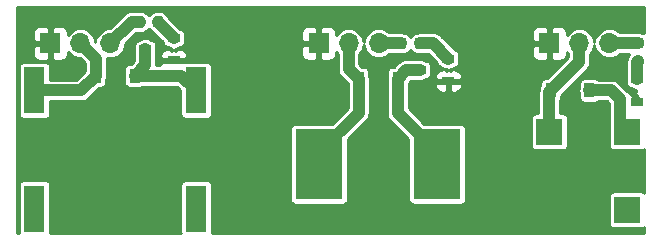
<source format=gbr>
G04 #@! TF.GenerationSoftware,KiCad,Pcbnew,(5.1.4)-1*
G04 #@! TF.CreationDate,2020-02-28T05:18:07+09:00*
G04 #@! TF.ProjectId,Buzzer_Test_UM1515IA,42757a7a-6572-45f5-9465-73745f554d31,rev?*
G04 #@! TF.SameCoordinates,Original*
G04 #@! TF.FileFunction,Copper,L2,Bot*
G04 #@! TF.FilePolarity,Positive*
%FSLAX46Y46*%
G04 Gerber Fmt 4.6, Leading zero omitted, Abs format (unit mm)*
G04 Created by KiCad (PCBNEW (5.1.4)-1) date 2020-02-28 05:18:07*
%MOMM*%
%LPD*%
G04 APERTURE LIST*
%ADD10R,1.800000X4.000000*%
%ADD11R,2.300000X2.300000*%
%ADD12R,4.000000X6.000000*%
%ADD13R,0.900000X1.200000*%
%ADD14R,1.700000X1.700000*%
%ADD15O,1.700000X1.700000*%
%ADD16R,1.000000X0.700000*%
%ADD17C,0.100000*%
%ADD18C,0.875000*%
%ADD19C,1.000000*%
%ADD20C,0.500000*%
%ADD21C,0.254000*%
G04 APERTURE END LIST*
D10*
X95900000Y-91500000D03*
X109600000Y-91500000D03*
X109600000Y-101500000D03*
X95900000Y-101500000D03*
D11*
X146100000Y-101600000D03*
X146100000Y-95000000D03*
X139500000Y-95000000D03*
D12*
X120000000Y-97750000D03*
X130000000Y-97750000D03*
D13*
X101100000Y-90250000D03*
X104400000Y-90250000D03*
X142900000Y-91500000D03*
X139600000Y-91500000D03*
X123350000Y-90500000D03*
X126650000Y-90500000D03*
D14*
X97250000Y-87500000D03*
D15*
X99790000Y-87500000D03*
X102330000Y-87500000D03*
X144580000Y-87500000D03*
X142040000Y-87500000D03*
D14*
X139500000Y-87500000D03*
X119960000Y-87500000D03*
D15*
X122500000Y-87500000D03*
X125040000Y-87500000D03*
D16*
X107700000Y-87050000D03*
X107700000Y-88950000D03*
X105300000Y-88000000D03*
X144550000Y-91500000D03*
X146950000Y-92450000D03*
X146950000Y-90550000D03*
X130950000Y-88800000D03*
X130950000Y-90700000D03*
X128550000Y-89750000D03*
D17*
G36*
X106627691Y-85226053D02*
G01*
X106648926Y-85229203D01*
X106669750Y-85234419D01*
X106689962Y-85241651D01*
X106709368Y-85250830D01*
X106727781Y-85261866D01*
X106745024Y-85274654D01*
X106760930Y-85289070D01*
X106775346Y-85304976D01*
X106788134Y-85322219D01*
X106799170Y-85340632D01*
X106808349Y-85360038D01*
X106815581Y-85380250D01*
X106820797Y-85401074D01*
X106823947Y-85422309D01*
X106825000Y-85443750D01*
X106825000Y-85956250D01*
X106823947Y-85977691D01*
X106820797Y-85998926D01*
X106815581Y-86019750D01*
X106808349Y-86039962D01*
X106799170Y-86059368D01*
X106788134Y-86077781D01*
X106775346Y-86095024D01*
X106760930Y-86110930D01*
X106745024Y-86125346D01*
X106727781Y-86138134D01*
X106709368Y-86149170D01*
X106689962Y-86158349D01*
X106669750Y-86165581D01*
X106648926Y-86170797D01*
X106627691Y-86173947D01*
X106606250Y-86175000D01*
X106168750Y-86175000D01*
X106147309Y-86173947D01*
X106126074Y-86170797D01*
X106105250Y-86165581D01*
X106085038Y-86158349D01*
X106065632Y-86149170D01*
X106047219Y-86138134D01*
X106029976Y-86125346D01*
X106014070Y-86110930D01*
X105999654Y-86095024D01*
X105986866Y-86077781D01*
X105975830Y-86059368D01*
X105966651Y-86039962D01*
X105959419Y-86019750D01*
X105954203Y-85998926D01*
X105951053Y-85977691D01*
X105950000Y-85956250D01*
X105950000Y-85443750D01*
X105951053Y-85422309D01*
X105954203Y-85401074D01*
X105959419Y-85380250D01*
X105966651Y-85360038D01*
X105975830Y-85340632D01*
X105986866Y-85322219D01*
X105999654Y-85304976D01*
X106014070Y-85289070D01*
X106029976Y-85274654D01*
X106047219Y-85261866D01*
X106065632Y-85250830D01*
X106085038Y-85241651D01*
X106105250Y-85234419D01*
X106126074Y-85229203D01*
X106147309Y-85226053D01*
X106168750Y-85225000D01*
X106606250Y-85225000D01*
X106627691Y-85226053D01*
X106627691Y-85226053D01*
G37*
D18*
X106387500Y-85700000D03*
D17*
G36*
X105052691Y-85226053D02*
G01*
X105073926Y-85229203D01*
X105094750Y-85234419D01*
X105114962Y-85241651D01*
X105134368Y-85250830D01*
X105152781Y-85261866D01*
X105170024Y-85274654D01*
X105185930Y-85289070D01*
X105200346Y-85304976D01*
X105213134Y-85322219D01*
X105224170Y-85340632D01*
X105233349Y-85360038D01*
X105240581Y-85380250D01*
X105245797Y-85401074D01*
X105248947Y-85422309D01*
X105250000Y-85443750D01*
X105250000Y-85956250D01*
X105248947Y-85977691D01*
X105245797Y-85998926D01*
X105240581Y-86019750D01*
X105233349Y-86039962D01*
X105224170Y-86059368D01*
X105213134Y-86077781D01*
X105200346Y-86095024D01*
X105185930Y-86110930D01*
X105170024Y-86125346D01*
X105152781Y-86138134D01*
X105134368Y-86149170D01*
X105114962Y-86158349D01*
X105094750Y-86165581D01*
X105073926Y-86170797D01*
X105052691Y-86173947D01*
X105031250Y-86175000D01*
X104593750Y-86175000D01*
X104572309Y-86173947D01*
X104551074Y-86170797D01*
X104530250Y-86165581D01*
X104510038Y-86158349D01*
X104490632Y-86149170D01*
X104472219Y-86138134D01*
X104454976Y-86125346D01*
X104439070Y-86110930D01*
X104424654Y-86095024D01*
X104411866Y-86077781D01*
X104400830Y-86059368D01*
X104391651Y-86039962D01*
X104384419Y-86019750D01*
X104379203Y-85998926D01*
X104376053Y-85977691D01*
X104375000Y-85956250D01*
X104375000Y-85443750D01*
X104376053Y-85422309D01*
X104379203Y-85401074D01*
X104384419Y-85380250D01*
X104391651Y-85360038D01*
X104400830Y-85340632D01*
X104411866Y-85322219D01*
X104424654Y-85304976D01*
X104439070Y-85289070D01*
X104454976Y-85274654D01*
X104472219Y-85261866D01*
X104490632Y-85250830D01*
X104510038Y-85241651D01*
X104530250Y-85234419D01*
X104551074Y-85229203D01*
X104572309Y-85226053D01*
X104593750Y-85225000D01*
X105031250Y-85225000D01*
X105052691Y-85226053D01*
X105052691Y-85226053D01*
G37*
D18*
X104812500Y-85700000D03*
D17*
G36*
X147277691Y-87026053D02*
G01*
X147298926Y-87029203D01*
X147319750Y-87034419D01*
X147339962Y-87041651D01*
X147359368Y-87050830D01*
X147377781Y-87061866D01*
X147395024Y-87074654D01*
X147410930Y-87089070D01*
X147425346Y-87104976D01*
X147438134Y-87122219D01*
X147449170Y-87140632D01*
X147458349Y-87160038D01*
X147465581Y-87180250D01*
X147470797Y-87201074D01*
X147473947Y-87222309D01*
X147475000Y-87243750D01*
X147475000Y-87681250D01*
X147473947Y-87702691D01*
X147470797Y-87723926D01*
X147465581Y-87744750D01*
X147458349Y-87764962D01*
X147449170Y-87784368D01*
X147438134Y-87802781D01*
X147425346Y-87820024D01*
X147410930Y-87835930D01*
X147395024Y-87850346D01*
X147377781Y-87863134D01*
X147359368Y-87874170D01*
X147339962Y-87883349D01*
X147319750Y-87890581D01*
X147298926Y-87895797D01*
X147277691Y-87898947D01*
X147256250Y-87900000D01*
X146743750Y-87900000D01*
X146722309Y-87898947D01*
X146701074Y-87895797D01*
X146680250Y-87890581D01*
X146660038Y-87883349D01*
X146640632Y-87874170D01*
X146622219Y-87863134D01*
X146604976Y-87850346D01*
X146589070Y-87835930D01*
X146574654Y-87820024D01*
X146561866Y-87802781D01*
X146550830Y-87784368D01*
X146541651Y-87764962D01*
X146534419Y-87744750D01*
X146529203Y-87723926D01*
X146526053Y-87702691D01*
X146525000Y-87681250D01*
X146525000Y-87243750D01*
X146526053Y-87222309D01*
X146529203Y-87201074D01*
X146534419Y-87180250D01*
X146541651Y-87160038D01*
X146550830Y-87140632D01*
X146561866Y-87122219D01*
X146574654Y-87104976D01*
X146589070Y-87089070D01*
X146604976Y-87074654D01*
X146622219Y-87061866D01*
X146640632Y-87050830D01*
X146660038Y-87041651D01*
X146680250Y-87034419D01*
X146701074Y-87029203D01*
X146722309Y-87026053D01*
X146743750Y-87025000D01*
X147256250Y-87025000D01*
X147277691Y-87026053D01*
X147277691Y-87026053D01*
G37*
D18*
X147000000Y-87462500D03*
D17*
G36*
X147277691Y-88601053D02*
G01*
X147298926Y-88604203D01*
X147319750Y-88609419D01*
X147339962Y-88616651D01*
X147359368Y-88625830D01*
X147377781Y-88636866D01*
X147395024Y-88649654D01*
X147410930Y-88664070D01*
X147425346Y-88679976D01*
X147438134Y-88697219D01*
X147449170Y-88715632D01*
X147458349Y-88735038D01*
X147465581Y-88755250D01*
X147470797Y-88776074D01*
X147473947Y-88797309D01*
X147475000Y-88818750D01*
X147475000Y-89256250D01*
X147473947Y-89277691D01*
X147470797Y-89298926D01*
X147465581Y-89319750D01*
X147458349Y-89339962D01*
X147449170Y-89359368D01*
X147438134Y-89377781D01*
X147425346Y-89395024D01*
X147410930Y-89410930D01*
X147395024Y-89425346D01*
X147377781Y-89438134D01*
X147359368Y-89449170D01*
X147339962Y-89458349D01*
X147319750Y-89465581D01*
X147298926Y-89470797D01*
X147277691Y-89473947D01*
X147256250Y-89475000D01*
X146743750Y-89475000D01*
X146722309Y-89473947D01*
X146701074Y-89470797D01*
X146680250Y-89465581D01*
X146660038Y-89458349D01*
X146640632Y-89449170D01*
X146622219Y-89438134D01*
X146604976Y-89425346D01*
X146589070Y-89410930D01*
X146574654Y-89395024D01*
X146561866Y-89377781D01*
X146550830Y-89359368D01*
X146541651Y-89339962D01*
X146534419Y-89319750D01*
X146529203Y-89298926D01*
X146526053Y-89277691D01*
X146525000Y-89256250D01*
X146525000Y-88818750D01*
X146526053Y-88797309D01*
X146529203Y-88776074D01*
X146534419Y-88755250D01*
X146541651Y-88735038D01*
X146550830Y-88715632D01*
X146561866Y-88697219D01*
X146574654Y-88679976D01*
X146589070Y-88664070D01*
X146604976Y-88649654D01*
X146622219Y-88636866D01*
X146640632Y-88625830D01*
X146660038Y-88616651D01*
X146680250Y-88609419D01*
X146701074Y-88604203D01*
X146722309Y-88601053D01*
X146743750Y-88600000D01*
X147256250Y-88600000D01*
X147277691Y-88601053D01*
X147277691Y-88601053D01*
G37*
D18*
X147000000Y-89037500D03*
D17*
G36*
X128777691Y-87026053D02*
G01*
X128798926Y-87029203D01*
X128819750Y-87034419D01*
X128839962Y-87041651D01*
X128859368Y-87050830D01*
X128877781Y-87061866D01*
X128895024Y-87074654D01*
X128910930Y-87089070D01*
X128925346Y-87104976D01*
X128938134Y-87122219D01*
X128949170Y-87140632D01*
X128958349Y-87160038D01*
X128965581Y-87180250D01*
X128970797Y-87201074D01*
X128973947Y-87222309D01*
X128975000Y-87243750D01*
X128975000Y-87756250D01*
X128973947Y-87777691D01*
X128970797Y-87798926D01*
X128965581Y-87819750D01*
X128958349Y-87839962D01*
X128949170Y-87859368D01*
X128938134Y-87877781D01*
X128925346Y-87895024D01*
X128910930Y-87910930D01*
X128895024Y-87925346D01*
X128877781Y-87938134D01*
X128859368Y-87949170D01*
X128839962Y-87958349D01*
X128819750Y-87965581D01*
X128798926Y-87970797D01*
X128777691Y-87973947D01*
X128756250Y-87975000D01*
X128318750Y-87975000D01*
X128297309Y-87973947D01*
X128276074Y-87970797D01*
X128255250Y-87965581D01*
X128235038Y-87958349D01*
X128215632Y-87949170D01*
X128197219Y-87938134D01*
X128179976Y-87925346D01*
X128164070Y-87910930D01*
X128149654Y-87895024D01*
X128136866Y-87877781D01*
X128125830Y-87859368D01*
X128116651Y-87839962D01*
X128109419Y-87819750D01*
X128104203Y-87798926D01*
X128101053Y-87777691D01*
X128100000Y-87756250D01*
X128100000Y-87243750D01*
X128101053Y-87222309D01*
X128104203Y-87201074D01*
X128109419Y-87180250D01*
X128116651Y-87160038D01*
X128125830Y-87140632D01*
X128136866Y-87122219D01*
X128149654Y-87104976D01*
X128164070Y-87089070D01*
X128179976Y-87074654D01*
X128197219Y-87061866D01*
X128215632Y-87050830D01*
X128235038Y-87041651D01*
X128255250Y-87034419D01*
X128276074Y-87029203D01*
X128297309Y-87026053D01*
X128318750Y-87025000D01*
X128756250Y-87025000D01*
X128777691Y-87026053D01*
X128777691Y-87026053D01*
G37*
D18*
X128537500Y-87500000D03*
D17*
G36*
X127202691Y-87026053D02*
G01*
X127223926Y-87029203D01*
X127244750Y-87034419D01*
X127264962Y-87041651D01*
X127284368Y-87050830D01*
X127302781Y-87061866D01*
X127320024Y-87074654D01*
X127335930Y-87089070D01*
X127350346Y-87104976D01*
X127363134Y-87122219D01*
X127374170Y-87140632D01*
X127383349Y-87160038D01*
X127390581Y-87180250D01*
X127395797Y-87201074D01*
X127398947Y-87222309D01*
X127400000Y-87243750D01*
X127400000Y-87756250D01*
X127398947Y-87777691D01*
X127395797Y-87798926D01*
X127390581Y-87819750D01*
X127383349Y-87839962D01*
X127374170Y-87859368D01*
X127363134Y-87877781D01*
X127350346Y-87895024D01*
X127335930Y-87910930D01*
X127320024Y-87925346D01*
X127302781Y-87938134D01*
X127284368Y-87949170D01*
X127264962Y-87958349D01*
X127244750Y-87965581D01*
X127223926Y-87970797D01*
X127202691Y-87973947D01*
X127181250Y-87975000D01*
X126743750Y-87975000D01*
X126722309Y-87973947D01*
X126701074Y-87970797D01*
X126680250Y-87965581D01*
X126660038Y-87958349D01*
X126640632Y-87949170D01*
X126622219Y-87938134D01*
X126604976Y-87925346D01*
X126589070Y-87910930D01*
X126574654Y-87895024D01*
X126561866Y-87877781D01*
X126550830Y-87859368D01*
X126541651Y-87839962D01*
X126534419Y-87819750D01*
X126529203Y-87798926D01*
X126526053Y-87777691D01*
X126525000Y-87756250D01*
X126525000Y-87243750D01*
X126526053Y-87222309D01*
X126529203Y-87201074D01*
X126534419Y-87180250D01*
X126541651Y-87160038D01*
X126550830Y-87140632D01*
X126561866Y-87122219D01*
X126574654Y-87104976D01*
X126589070Y-87089070D01*
X126604976Y-87074654D01*
X126622219Y-87061866D01*
X126640632Y-87050830D01*
X126660038Y-87041651D01*
X126680250Y-87034419D01*
X126701074Y-87029203D01*
X126722309Y-87026053D01*
X126743750Y-87025000D01*
X127181250Y-87025000D01*
X127202691Y-87026053D01*
X127202691Y-87026053D01*
G37*
D18*
X126962500Y-87500000D03*
D19*
X99850000Y-91500000D02*
X101100000Y-90250000D01*
X95900000Y-91500000D02*
X99850000Y-91500000D01*
X101100000Y-88810000D02*
X99790000Y-87500000D01*
X101100000Y-90250000D02*
X101100000Y-88810000D01*
X105300000Y-89350000D02*
X104400000Y-90250000D01*
X105300000Y-88000000D02*
X105300000Y-89350000D01*
X108350000Y-90250000D02*
X109600000Y-91500000D01*
X104400000Y-90250000D02*
X108350000Y-90250000D01*
X142900000Y-91500000D02*
X144550000Y-91500000D01*
X145500000Y-94400000D02*
X146100000Y-95000000D01*
X145500000Y-92250000D02*
X145500000Y-94400000D01*
X144550000Y-91500000D02*
X144750000Y-91500000D01*
X144750000Y-91500000D02*
X145500000Y-92250000D01*
X139500000Y-91600000D02*
X139600000Y-91500000D01*
X139500000Y-95000000D02*
X139500000Y-91600000D01*
X142040000Y-89060000D02*
X139600000Y-91500000D01*
X142040000Y-87500000D02*
X142040000Y-89060000D01*
X123350000Y-90500000D02*
X123350000Y-93400000D01*
X120000000Y-96750000D02*
X120000000Y-97750000D01*
X123350000Y-93400000D02*
X120000000Y-96750000D01*
X122500000Y-89650000D02*
X123350000Y-90500000D01*
X122500000Y-87500000D02*
X122500000Y-89650000D01*
X127400000Y-89750000D02*
X126650000Y-90500000D01*
X128550000Y-89750000D02*
X127400000Y-89750000D01*
X130000000Y-96750000D02*
X130000000Y-97750000D01*
X126650000Y-93400000D02*
X130000000Y-96750000D01*
X126650000Y-90500000D02*
X126650000Y-93400000D01*
D20*
X146950000Y-92450000D02*
X146950000Y-92150000D01*
X146950000Y-92150000D02*
X143900000Y-89100000D01*
D19*
X104130000Y-85700000D02*
X102330000Y-87500000D01*
X104812500Y-85700000D02*
X104130000Y-85700000D01*
X146962500Y-87500000D02*
X147000000Y-87462500D01*
X144580000Y-87500000D02*
X146962500Y-87500000D01*
X126962500Y-87500000D02*
X125040000Y-87500000D01*
X106387500Y-85737500D02*
X107700000Y-87050000D01*
X106387500Y-85700000D02*
X106387500Y-85737500D01*
X146950000Y-89087500D02*
X147000000Y-89037500D01*
X146950000Y-90550000D02*
X146950000Y-89087500D01*
X129650000Y-87500000D02*
X130950000Y-88800000D01*
X128537500Y-87500000D02*
X129650000Y-87500000D01*
D21*
G36*
X147548000Y-86668680D02*
G01*
X147504158Y-86645246D01*
X147382633Y-86608382D01*
X147365372Y-86606682D01*
X147356463Y-86601920D01*
X147181723Y-86548914D01*
X146999999Y-86531016D01*
X146818277Y-86548914D01*
X146738875Y-86573000D01*
X145463393Y-86573000D01*
X145292896Y-86433076D01*
X145071051Y-86314498D01*
X144830336Y-86241478D01*
X144642726Y-86223000D01*
X144517274Y-86223000D01*
X144329664Y-86241478D01*
X144088949Y-86314498D01*
X143867104Y-86433076D01*
X143672656Y-86592656D01*
X143513076Y-86787104D01*
X143394498Y-87008949D01*
X143321478Y-87249664D01*
X143310000Y-87366202D01*
X143298522Y-87249664D01*
X143225502Y-87008949D01*
X143106924Y-86787104D01*
X142947344Y-86592656D01*
X142752896Y-86433076D01*
X142531051Y-86314498D01*
X142290336Y-86241478D01*
X142102726Y-86223000D01*
X141977274Y-86223000D01*
X141789664Y-86241478D01*
X141548949Y-86314498D01*
X141327104Y-86433076D01*
X141132656Y-86592656D01*
X140987421Y-86769625D01*
X140988072Y-86650000D01*
X140975812Y-86525518D01*
X140939502Y-86405820D01*
X140880537Y-86295506D01*
X140801185Y-86198815D01*
X140704494Y-86119463D01*
X140594180Y-86060498D01*
X140474482Y-86024188D01*
X140350000Y-86011928D01*
X139785750Y-86015000D01*
X139627000Y-86173750D01*
X139627000Y-87373000D01*
X139647000Y-87373000D01*
X139647000Y-87627000D01*
X139627000Y-87627000D01*
X139627000Y-88826250D01*
X139785750Y-88985000D01*
X140350000Y-88988072D01*
X140474482Y-88975812D01*
X140594180Y-88939502D01*
X140704494Y-88880537D01*
X140801185Y-88801185D01*
X140880537Y-88704494D01*
X140939502Y-88594180D01*
X140975812Y-88474482D01*
X140988072Y-88350000D01*
X140987421Y-88230375D01*
X141113001Y-88383394D01*
X141113001Y-88676023D01*
X139318091Y-90470934D01*
X139150000Y-90470934D01*
X139066293Y-90479178D01*
X138985804Y-90503595D01*
X138911624Y-90543245D01*
X138846605Y-90596605D01*
X138793245Y-90661624D01*
X138753595Y-90735804D01*
X138729178Y-90816293D01*
X138720934Y-90900000D01*
X138720934Y-91091035D01*
X138639420Y-91243537D01*
X138611247Y-91336413D01*
X138595168Y-91389420D01*
X138586414Y-91418277D01*
X138568516Y-91600000D01*
X138573001Y-91645537D01*
X138573000Y-93420934D01*
X138350000Y-93420934D01*
X138266293Y-93429178D01*
X138185804Y-93453595D01*
X138111624Y-93493245D01*
X138046605Y-93546605D01*
X137993245Y-93611624D01*
X137953595Y-93685804D01*
X137929178Y-93766293D01*
X137920934Y-93850000D01*
X137920934Y-96150000D01*
X137929178Y-96233707D01*
X137953595Y-96314196D01*
X137993245Y-96388376D01*
X138046605Y-96453395D01*
X138111624Y-96506755D01*
X138185804Y-96546405D01*
X138266293Y-96570822D01*
X138350000Y-96579066D01*
X140650000Y-96579066D01*
X140733707Y-96570822D01*
X140814196Y-96546405D01*
X140888376Y-96506755D01*
X140953395Y-96453395D01*
X141006755Y-96388376D01*
X141046405Y-96314196D01*
X141070822Y-96233707D01*
X141079066Y-96150000D01*
X141079066Y-93850000D01*
X141070822Y-93766293D01*
X141046405Y-93685804D01*
X141006755Y-93611624D01*
X140953395Y-93546605D01*
X140888376Y-93493245D01*
X140814196Y-93453595D01*
X140733707Y-93429178D01*
X140650000Y-93420934D01*
X140427000Y-93420934D01*
X140427000Y-92300500D01*
X140446405Y-92264196D01*
X140470822Y-92183707D01*
X140479066Y-92100000D01*
X140479066Y-91931909D01*
X142663292Y-89747684D01*
X142698659Y-89718659D01*
X142727684Y-89683292D01*
X142727688Y-89683288D01*
X142814501Y-89577506D01*
X142900580Y-89416464D01*
X142909100Y-89388376D01*
X142953587Y-89241724D01*
X142967000Y-89105538D01*
X142967000Y-89105528D01*
X142971484Y-89060001D01*
X142967000Y-89014474D01*
X142967000Y-88383393D01*
X143106924Y-88212896D01*
X143225502Y-87991051D01*
X143298522Y-87750336D01*
X143310000Y-87633798D01*
X143321478Y-87750336D01*
X143394498Y-87991051D01*
X143513076Y-88212896D01*
X143672656Y-88407344D01*
X143867104Y-88566924D01*
X144088949Y-88685502D01*
X144329664Y-88758522D01*
X144517274Y-88777000D01*
X144642726Y-88777000D01*
X144830336Y-88758522D01*
X145071051Y-88685502D01*
X145292896Y-88566924D01*
X145463393Y-88427000D01*
X146231244Y-88427000D01*
X146205111Y-88458843D01*
X146145246Y-88570842D01*
X146108382Y-88692367D01*
X146107996Y-88696283D01*
X146089420Y-88731037D01*
X146074851Y-88779066D01*
X146036414Y-88905776D01*
X146023001Y-89041962D01*
X146018516Y-89087500D01*
X146023001Y-89133037D01*
X146023000Y-90179020D01*
X146020934Y-90200000D01*
X146020934Y-90900000D01*
X146029178Y-90983707D01*
X146053595Y-91064196D01*
X146093245Y-91138376D01*
X146146605Y-91203395D01*
X146211624Y-91256755D01*
X146285804Y-91296405D01*
X146366293Y-91320822D01*
X146439011Y-91327984D01*
X146593536Y-91410580D01*
X146768276Y-91463587D01*
X146822998Y-91468977D01*
X146822998Y-91623748D01*
X146664250Y-91465000D01*
X146450000Y-91461928D01*
X146325518Y-91474188D01*
X146205820Y-91510498D01*
X146118271Y-91557295D01*
X145437687Y-90876712D01*
X145408659Y-90841341D01*
X145267505Y-90725499D01*
X145106464Y-90639420D01*
X144931724Y-90586413D01*
X144795538Y-90573000D01*
X144795527Y-90573000D01*
X144750000Y-90568516D01*
X144704473Y-90573000D01*
X143624632Y-90573000D01*
X143588376Y-90543245D01*
X143514196Y-90503595D01*
X143433707Y-90479178D01*
X143350000Y-90470934D01*
X142450000Y-90470934D01*
X142366293Y-90479178D01*
X142285804Y-90503595D01*
X142211624Y-90543245D01*
X142146605Y-90596605D01*
X142093245Y-90661624D01*
X142053595Y-90735804D01*
X142029178Y-90816293D01*
X142020934Y-90900000D01*
X142020934Y-91204476D01*
X141986413Y-91318276D01*
X141968515Y-91500000D01*
X141986413Y-91681724D01*
X142020934Y-91795524D01*
X142020934Y-92100000D01*
X142029178Y-92183707D01*
X142053595Y-92264196D01*
X142093245Y-92338376D01*
X142146605Y-92403395D01*
X142211624Y-92456755D01*
X142285804Y-92496405D01*
X142366293Y-92520822D01*
X142450000Y-92529066D01*
X143350000Y-92529066D01*
X143433707Y-92520822D01*
X143514196Y-92496405D01*
X143588376Y-92456755D01*
X143624632Y-92427000D01*
X144366025Y-92427000D01*
X144573000Y-92633976D01*
X144573001Y-93649499D01*
X144553595Y-93685804D01*
X144529178Y-93766293D01*
X144520934Y-93850000D01*
X144520934Y-96150000D01*
X144529178Y-96233707D01*
X144553595Y-96314196D01*
X144593245Y-96388376D01*
X144646605Y-96453395D01*
X144711624Y-96506755D01*
X144785804Y-96546405D01*
X144866293Y-96570822D01*
X144950000Y-96579066D01*
X147250000Y-96579066D01*
X147333707Y-96570822D01*
X147414196Y-96546405D01*
X147488376Y-96506755D01*
X147548001Y-96457822D01*
X147548001Y-100142178D01*
X147488376Y-100093245D01*
X147414196Y-100053595D01*
X147333707Y-100029178D01*
X147250000Y-100020934D01*
X144950000Y-100020934D01*
X144866293Y-100029178D01*
X144785804Y-100053595D01*
X144711624Y-100093245D01*
X144646605Y-100146605D01*
X144593245Y-100211624D01*
X144553595Y-100285804D01*
X144529178Y-100366293D01*
X144520934Y-100450000D01*
X144520934Y-102750000D01*
X144529178Y-102833707D01*
X144553595Y-102914196D01*
X144593245Y-102988376D01*
X144646605Y-103053395D01*
X144711624Y-103106755D01*
X144785804Y-103146405D01*
X144866293Y-103170822D01*
X144950000Y-103179066D01*
X147250000Y-103179066D01*
X147333707Y-103170822D01*
X147414196Y-103146405D01*
X147488376Y-103106755D01*
X147548001Y-103057822D01*
X147548001Y-103548000D01*
X110924339Y-103548000D01*
X110929066Y-103500000D01*
X110929066Y-99500000D01*
X110920822Y-99416293D01*
X110896405Y-99335804D01*
X110856755Y-99261624D01*
X110803395Y-99196605D01*
X110738376Y-99143245D01*
X110664196Y-99103595D01*
X110583707Y-99079178D01*
X110500000Y-99070934D01*
X108700000Y-99070934D01*
X108616293Y-99079178D01*
X108535804Y-99103595D01*
X108461624Y-99143245D01*
X108396605Y-99196605D01*
X108343245Y-99261624D01*
X108303595Y-99335804D01*
X108279178Y-99416293D01*
X108270934Y-99500000D01*
X108270934Y-103500000D01*
X108275661Y-103548000D01*
X97224339Y-103548000D01*
X97229066Y-103500000D01*
X97229066Y-99500000D01*
X97220822Y-99416293D01*
X97196405Y-99335804D01*
X97156755Y-99261624D01*
X97103395Y-99196605D01*
X97038376Y-99143245D01*
X96964196Y-99103595D01*
X96883707Y-99079178D01*
X96800000Y-99070934D01*
X95000000Y-99070934D01*
X94916293Y-99079178D01*
X94835804Y-99103595D01*
X94761624Y-99143245D01*
X94696605Y-99196605D01*
X94643245Y-99261624D01*
X94603595Y-99335804D01*
X94579178Y-99416293D01*
X94570934Y-99500000D01*
X94570934Y-103500000D01*
X94575661Y-103548000D01*
X94452000Y-103548000D01*
X94452000Y-94750000D01*
X117570934Y-94750000D01*
X117570934Y-100750000D01*
X117579178Y-100833707D01*
X117603595Y-100914196D01*
X117643245Y-100988376D01*
X117696605Y-101053395D01*
X117761624Y-101106755D01*
X117835804Y-101146405D01*
X117916293Y-101170822D01*
X118000000Y-101179066D01*
X122000000Y-101179066D01*
X122083707Y-101170822D01*
X122164196Y-101146405D01*
X122238376Y-101106755D01*
X122303395Y-101053395D01*
X122356755Y-100988376D01*
X122396405Y-100914196D01*
X122420822Y-100833707D01*
X122429066Y-100750000D01*
X122429066Y-95631910D01*
X123973292Y-94087684D01*
X124008659Y-94058659D01*
X124037684Y-94023292D01*
X124037687Y-94023289D01*
X124124501Y-93917506D01*
X124170511Y-93831427D01*
X124210580Y-93756464D01*
X124263587Y-93581724D01*
X124277000Y-93445538D01*
X124277000Y-93445526D01*
X124281484Y-93400001D01*
X124277000Y-93354476D01*
X124277000Y-90545527D01*
X124281484Y-90500000D01*
X125718516Y-90500000D01*
X125723000Y-90545528D01*
X125723001Y-93354463D01*
X125718516Y-93400000D01*
X125723001Y-93445537D01*
X125723001Y-93445538D01*
X125732248Y-93539420D01*
X125736414Y-93581723D01*
X125789420Y-93756463D01*
X125875499Y-93917505D01*
X125962312Y-94023287D01*
X125962317Y-94023292D01*
X125991342Y-94058659D01*
X126026708Y-94087683D01*
X127570934Y-95631909D01*
X127570934Y-100750000D01*
X127579178Y-100833707D01*
X127603595Y-100914196D01*
X127643245Y-100988376D01*
X127696605Y-101053395D01*
X127761624Y-101106755D01*
X127835804Y-101146405D01*
X127916293Y-101170822D01*
X128000000Y-101179066D01*
X132000000Y-101179066D01*
X132083707Y-101170822D01*
X132164196Y-101146405D01*
X132238376Y-101106755D01*
X132303395Y-101053395D01*
X132356755Y-100988376D01*
X132396405Y-100914196D01*
X132420822Y-100833707D01*
X132429066Y-100750000D01*
X132429066Y-94750000D01*
X132420822Y-94666293D01*
X132396405Y-94585804D01*
X132356755Y-94511624D01*
X132303395Y-94446605D01*
X132238376Y-94393245D01*
X132164196Y-94353595D01*
X132083707Y-94329178D01*
X132000000Y-94320934D01*
X128881909Y-94320934D01*
X127577000Y-93016025D01*
X127577000Y-91050000D01*
X129811928Y-91050000D01*
X129824188Y-91174482D01*
X129860498Y-91294180D01*
X129919463Y-91404494D01*
X129998815Y-91501185D01*
X130095506Y-91580537D01*
X130205820Y-91639502D01*
X130325518Y-91675812D01*
X130450000Y-91688072D01*
X130664250Y-91685000D01*
X130823000Y-91526250D01*
X130823000Y-90827000D01*
X131077000Y-90827000D01*
X131077000Y-91526250D01*
X131235750Y-91685000D01*
X131450000Y-91688072D01*
X131574482Y-91675812D01*
X131694180Y-91639502D01*
X131804494Y-91580537D01*
X131901185Y-91501185D01*
X131980537Y-91404494D01*
X132039502Y-91294180D01*
X132075812Y-91174482D01*
X132088072Y-91050000D01*
X132085000Y-90985750D01*
X131926250Y-90827000D01*
X131077000Y-90827000D01*
X130823000Y-90827000D01*
X129973750Y-90827000D01*
X129815000Y-90985750D01*
X129811928Y-91050000D01*
X127577000Y-91050000D01*
X127577000Y-90883975D01*
X127783976Y-90677000D01*
X128595538Y-90677000D01*
X128731724Y-90663587D01*
X128906464Y-90610580D01*
X129060989Y-90527984D01*
X129133707Y-90520822D01*
X129214196Y-90496405D01*
X129288376Y-90456755D01*
X129353395Y-90403395D01*
X129406755Y-90338376D01*
X129446405Y-90264196D01*
X129470822Y-90183707D01*
X129479066Y-90100000D01*
X129479066Y-89774561D01*
X129481485Y-89750000D01*
X129479066Y-89725439D01*
X129479066Y-89400000D01*
X129470822Y-89316293D01*
X129446405Y-89235804D01*
X129406755Y-89161624D01*
X129353395Y-89096605D01*
X129288376Y-89043245D01*
X129214196Y-89003595D01*
X129133707Y-88979178D01*
X129060989Y-88972016D01*
X128906464Y-88889420D01*
X128731724Y-88836413D01*
X128595538Y-88823000D01*
X127445526Y-88823000D01*
X127399999Y-88818516D01*
X127354472Y-88823000D01*
X127354462Y-88823000D01*
X127218276Y-88836413D01*
X127043536Y-88889420D01*
X126949840Y-88939502D01*
X126882494Y-88975499D01*
X126776712Y-89062312D01*
X126776708Y-89062316D01*
X126741341Y-89091341D01*
X126712316Y-89126708D01*
X126368091Y-89470934D01*
X126200000Y-89470934D01*
X126116293Y-89479178D01*
X126035804Y-89503595D01*
X125961624Y-89543245D01*
X125896605Y-89596605D01*
X125843245Y-89661624D01*
X125803595Y-89735804D01*
X125779178Y-89816293D01*
X125770934Y-89900000D01*
X125770934Y-90204477D01*
X125736413Y-90318277D01*
X125723000Y-90454463D01*
X125723000Y-90454473D01*
X125718516Y-90500000D01*
X124281484Y-90500000D01*
X124277000Y-90454473D01*
X124277000Y-90454462D01*
X124263587Y-90318276D01*
X124229066Y-90204476D01*
X124229066Y-89900000D01*
X124220822Y-89816293D01*
X124196405Y-89735804D01*
X124156755Y-89661624D01*
X124103395Y-89596605D01*
X124038376Y-89543245D01*
X123964196Y-89503595D01*
X123883707Y-89479178D01*
X123800000Y-89470934D01*
X123631910Y-89470934D01*
X123427000Y-89266025D01*
X123427000Y-88383393D01*
X123566924Y-88212896D01*
X123685502Y-87991051D01*
X123758522Y-87750336D01*
X123770000Y-87633798D01*
X123781478Y-87750336D01*
X123854498Y-87991051D01*
X123973076Y-88212896D01*
X124132656Y-88407344D01*
X124327104Y-88566924D01*
X124548949Y-88685502D01*
X124789664Y-88758522D01*
X124977274Y-88777000D01*
X125102726Y-88777000D01*
X125290336Y-88758522D01*
X125531051Y-88685502D01*
X125752896Y-88566924D01*
X125923393Y-88427000D01*
X127008038Y-88427000D01*
X127144224Y-88413587D01*
X127175610Y-88404066D01*
X127181250Y-88404066D01*
X127307633Y-88391618D01*
X127429158Y-88354754D01*
X127541157Y-88294889D01*
X127639325Y-88214325D01*
X127719889Y-88116157D01*
X127750000Y-88059824D01*
X127780111Y-88116157D01*
X127860675Y-88214325D01*
X127958843Y-88294889D01*
X128070842Y-88354754D01*
X128192367Y-88391618D01*
X128318750Y-88404066D01*
X128324390Y-88404066D01*
X128355776Y-88413587D01*
X128491962Y-88427000D01*
X129266025Y-88427000D01*
X130024420Y-89185396D01*
X130029178Y-89233707D01*
X130053595Y-89314196D01*
X130093245Y-89388376D01*
X130146605Y-89453395D01*
X130211624Y-89506755D01*
X130285804Y-89546405D01*
X130366293Y-89570822D01*
X130439007Y-89577983D01*
X130593536Y-89660580D01*
X130768276Y-89713586D01*
X130822998Y-89718976D01*
X130822998Y-89873748D01*
X130664250Y-89715000D01*
X130450000Y-89711928D01*
X130325518Y-89724188D01*
X130205820Y-89760498D01*
X130095506Y-89819463D01*
X129998815Y-89898815D01*
X129919463Y-89995506D01*
X129860498Y-90105820D01*
X129824188Y-90225518D01*
X129811928Y-90350000D01*
X129815000Y-90414250D01*
X129973750Y-90573000D01*
X130823000Y-90573000D01*
X130823000Y-90553000D01*
X131077000Y-90553000D01*
X131077000Y-90573000D01*
X131926250Y-90573000D01*
X132085000Y-90414250D01*
X132088072Y-90350000D01*
X132075812Y-90225518D01*
X132039502Y-90105820D01*
X131980537Y-89995506D01*
X131901185Y-89898815D01*
X131804494Y-89819463D01*
X131694180Y-89760498D01*
X131574482Y-89724188D01*
X131450000Y-89711928D01*
X131235750Y-89715000D01*
X131077002Y-89873748D01*
X131077002Y-89718976D01*
X131131723Y-89713586D01*
X131306464Y-89660580D01*
X131460992Y-89577983D01*
X131533707Y-89570822D01*
X131614196Y-89546405D01*
X131688376Y-89506755D01*
X131753395Y-89453395D01*
X131806755Y-89388376D01*
X131846405Y-89314196D01*
X131870822Y-89233707D01*
X131879066Y-89150000D01*
X131879066Y-88824551D01*
X131881484Y-88800000D01*
X131879066Y-88775449D01*
X131879066Y-88450000D01*
X131870822Y-88366293D01*
X131865880Y-88350000D01*
X138011928Y-88350000D01*
X138024188Y-88474482D01*
X138060498Y-88594180D01*
X138119463Y-88704494D01*
X138198815Y-88801185D01*
X138295506Y-88880537D01*
X138405820Y-88939502D01*
X138525518Y-88975812D01*
X138650000Y-88988072D01*
X139214250Y-88985000D01*
X139373000Y-88826250D01*
X139373000Y-87627000D01*
X138173750Y-87627000D01*
X138015000Y-87785750D01*
X138011928Y-88350000D01*
X131865880Y-88350000D01*
X131846405Y-88285804D01*
X131806755Y-88211624D01*
X131753395Y-88146605D01*
X131688376Y-88093245D01*
X131614196Y-88053595D01*
X131533707Y-88029178D01*
X131485396Y-88024420D01*
X130337688Y-86876713D01*
X130308659Y-86841341D01*
X130167505Y-86725499D01*
X130026258Y-86650000D01*
X138011928Y-86650000D01*
X138015000Y-87214250D01*
X138173750Y-87373000D01*
X139373000Y-87373000D01*
X139373000Y-86173750D01*
X139214250Y-86015000D01*
X138650000Y-86011928D01*
X138525518Y-86024188D01*
X138405820Y-86060498D01*
X138295506Y-86119463D01*
X138198815Y-86198815D01*
X138119463Y-86295506D01*
X138060498Y-86405820D01*
X138024188Y-86525518D01*
X138011928Y-86650000D01*
X130026258Y-86650000D01*
X130006464Y-86639420D01*
X129831724Y-86586413D01*
X129695538Y-86573000D01*
X129695527Y-86573000D01*
X129650000Y-86568516D01*
X129604473Y-86573000D01*
X128491962Y-86573000D01*
X128355776Y-86586413D01*
X128324390Y-86595934D01*
X128318750Y-86595934D01*
X128192367Y-86608382D01*
X128070842Y-86645246D01*
X127958843Y-86705111D01*
X127860675Y-86785675D01*
X127780111Y-86883843D01*
X127750000Y-86940176D01*
X127719889Y-86883843D01*
X127639325Y-86785675D01*
X127541157Y-86705111D01*
X127429158Y-86645246D01*
X127307633Y-86608382D01*
X127181250Y-86595934D01*
X127175610Y-86595934D01*
X127144224Y-86586413D01*
X127008038Y-86573000D01*
X125923393Y-86573000D01*
X125752896Y-86433076D01*
X125531051Y-86314498D01*
X125290336Y-86241478D01*
X125102726Y-86223000D01*
X124977274Y-86223000D01*
X124789664Y-86241478D01*
X124548949Y-86314498D01*
X124327104Y-86433076D01*
X124132656Y-86592656D01*
X123973076Y-86787104D01*
X123854498Y-87008949D01*
X123781478Y-87249664D01*
X123770000Y-87366202D01*
X123758522Y-87249664D01*
X123685502Y-87008949D01*
X123566924Y-86787104D01*
X123407344Y-86592656D01*
X123212896Y-86433076D01*
X122991051Y-86314498D01*
X122750336Y-86241478D01*
X122562726Y-86223000D01*
X122437274Y-86223000D01*
X122249664Y-86241478D01*
X122008949Y-86314498D01*
X121787104Y-86433076D01*
X121592656Y-86592656D01*
X121447421Y-86769625D01*
X121448072Y-86650000D01*
X121435812Y-86525518D01*
X121399502Y-86405820D01*
X121340537Y-86295506D01*
X121261185Y-86198815D01*
X121164494Y-86119463D01*
X121054180Y-86060498D01*
X120934482Y-86024188D01*
X120810000Y-86011928D01*
X120245750Y-86015000D01*
X120087000Y-86173750D01*
X120087000Y-87373000D01*
X120107000Y-87373000D01*
X120107000Y-87627000D01*
X120087000Y-87627000D01*
X120087000Y-88826250D01*
X120245750Y-88985000D01*
X120810000Y-88988072D01*
X120934482Y-88975812D01*
X121054180Y-88939502D01*
X121164494Y-88880537D01*
X121261185Y-88801185D01*
X121340537Y-88704494D01*
X121399502Y-88594180D01*
X121435812Y-88474482D01*
X121448072Y-88350000D01*
X121447421Y-88230375D01*
X121573000Y-88383394D01*
X121573001Y-89604463D01*
X121568516Y-89650000D01*
X121573001Y-89695537D01*
X121573001Y-89695538D01*
X121586414Y-89831724D01*
X121600061Y-89876712D01*
X121639420Y-90006463D01*
X121725499Y-90167505D01*
X121812312Y-90273287D01*
X121812317Y-90273292D01*
X121841342Y-90308659D01*
X121876708Y-90337683D01*
X122423000Y-90883976D01*
X122423001Y-93016023D01*
X121118090Y-94320934D01*
X118000000Y-94320934D01*
X117916293Y-94329178D01*
X117835804Y-94353595D01*
X117761624Y-94393245D01*
X117696605Y-94446605D01*
X117643245Y-94511624D01*
X117603595Y-94585804D01*
X117579178Y-94666293D01*
X117570934Y-94750000D01*
X94452000Y-94750000D01*
X94452000Y-89500000D01*
X94570934Y-89500000D01*
X94570934Y-93500000D01*
X94579178Y-93583707D01*
X94603595Y-93664196D01*
X94643245Y-93738376D01*
X94696605Y-93803395D01*
X94761624Y-93856755D01*
X94835804Y-93896405D01*
X94916293Y-93920822D01*
X95000000Y-93929066D01*
X96800000Y-93929066D01*
X96883707Y-93920822D01*
X96964196Y-93896405D01*
X97038376Y-93856755D01*
X97103395Y-93803395D01*
X97156755Y-93738376D01*
X97196405Y-93664196D01*
X97220822Y-93583707D01*
X97229066Y-93500000D01*
X97229066Y-92427000D01*
X99804473Y-92427000D01*
X99850000Y-92431484D01*
X99895527Y-92427000D01*
X99895538Y-92427000D01*
X100031724Y-92413587D01*
X100206464Y-92360580D01*
X100367505Y-92274501D01*
X100508659Y-92158659D01*
X100537688Y-92123287D01*
X101381910Y-91279066D01*
X101550000Y-91279066D01*
X101633707Y-91270822D01*
X101714196Y-91246405D01*
X101788376Y-91206755D01*
X101853395Y-91153395D01*
X101906755Y-91088376D01*
X101946405Y-91014196D01*
X101970822Y-90933707D01*
X101979066Y-90850000D01*
X101979066Y-90545524D01*
X102013587Y-90431724D01*
X102027000Y-90295538D01*
X102027000Y-90295527D01*
X102031484Y-90250000D01*
X103468515Y-90250000D01*
X103486413Y-90431724D01*
X103520934Y-90545524D01*
X103520934Y-90850000D01*
X103529178Y-90933707D01*
X103553595Y-91014196D01*
X103593245Y-91088376D01*
X103646605Y-91153395D01*
X103711624Y-91206755D01*
X103785804Y-91246405D01*
X103866293Y-91270822D01*
X103950000Y-91279066D01*
X104850000Y-91279066D01*
X104933707Y-91270822D01*
X105014196Y-91246405D01*
X105088376Y-91206755D01*
X105124632Y-91177000D01*
X107966025Y-91177000D01*
X108270934Y-91481909D01*
X108270934Y-93500000D01*
X108279178Y-93583707D01*
X108303595Y-93664196D01*
X108343245Y-93738376D01*
X108396605Y-93803395D01*
X108461624Y-93856755D01*
X108535804Y-93896405D01*
X108616293Y-93920822D01*
X108700000Y-93929066D01*
X110500000Y-93929066D01*
X110583707Y-93920822D01*
X110664196Y-93896405D01*
X110738376Y-93856755D01*
X110803395Y-93803395D01*
X110856755Y-93738376D01*
X110896405Y-93664196D01*
X110920822Y-93583707D01*
X110929066Y-93500000D01*
X110929066Y-89500000D01*
X110920822Y-89416293D01*
X110896405Y-89335804D01*
X110856755Y-89261624D01*
X110803395Y-89196605D01*
X110738376Y-89143245D01*
X110664196Y-89103595D01*
X110583707Y-89079178D01*
X110500000Y-89070934D01*
X108700000Y-89070934D01*
X108638408Y-89077000D01*
X107827000Y-89077000D01*
X107827000Y-89097000D01*
X107573000Y-89097000D01*
X107573000Y-89077000D01*
X106723750Y-89077000D01*
X106565000Y-89235750D01*
X106561928Y-89300000D01*
X106564193Y-89323000D01*
X106228825Y-89323000D01*
X106227000Y-89304474D01*
X106227000Y-88370978D01*
X106229066Y-88350000D01*
X106229066Y-87650000D01*
X106220822Y-87566293D01*
X106196405Y-87485804D01*
X106156755Y-87411624D01*
X106103395Y-87346605D01*
X106038376Y-87293245D01*
X105964196Y-87253595D01*
X105883707Y-87229178D01*
X105810988Y-87222016D01*
X105656463Y-87139420D01*
X105481723Y-87086413D01*
X105300000Y-87068515D01*
X105118276Y-87086413D01*
X104943536Y-87139420D01*
X104789011Y-87222016D01*
X104716293Y-87229178D01*
X104635804Y-87253595D01*
X104561624Y-87293245D01*
X104496605Y-87346605D01*
X104443245Y-87411624D01*
X104403595Y-87485804D01*
X104379178Y-87566293D01*
X104370934Y-87650000D01*
X104370934Y-88350000D01*
X104373000Y-88370980D01*
X104373001Y-88966024D01*
X104118091Y-89220934D01*
X103950000Y-89220934D01*
X103866293Y-89229178D01*
X103785804Y-89253595D01*
X103711624Y-89293245D01*
X103646605Y-89346605D01*
X103593245Y-89411624D01*
X103553595Y-89485804D01*
X103529178Y-89566293D01*
X103520934Y-89650000D01*
X103520934Y-89954476D01*
X103486413Y-90068276D01*
X103468515Y-90250000D01*
X102031484Y-90250000D01*
X102027000Y-90204473D01*
X102027000Y-88855527D01*
X102031484Y-88810000D01*
X102027000Y-88764473D01*
X102027000Y-88764462D01*
X102024775Y-88741872D01*
X102079664Y-88758522D01*
X102267274Y-88777000D01*
X102392726Y-88777000D01*
X102580336Y-88758522D01*
X102821051Y-88685502D01*
X103042896Y-88566924D01*
X103237344Y-88407344D01*
X103396924Y-88212896D01*
X103515502Y-87991051D01*
X103588522Y-87750336D01*
X103610141Y-87530834D01*
X104513976Y-86627000D01*
X104858038Y-86627000D01*
X104994224Y-86613587D01*
X105025610Y-86604066D01*
X105031250Y-86604066D01*
X105157633Y-86591618D01*
X105279158Y-86554754D01*
X105391157Y-86494889D01*
X105489325Y-86414325D01*
X105569889Y-86316157D01*
X105600000Y-86259824D01*
X105630111Y-86316157D01*
X105710675Y-86414325D01*
X105808843Y-86494889D01*
X105862703Y-86523678D01*
X106774420Y-87435396D01*
X106779178Y-87483707D01*
X106803595Y-87564196D01*
X106843245Y-87638376D01*
X106896605Y-87703395D01*
X106961624Y-87756755D01*
X107035804Y-87796405D01*
X107116293Y-87820822D01*
X107189009Y-87827984D01*
X107343535Y-87910579D01*
X107518276Y-87963585D01*
X107572998Y-87968975D01*
X107572998Y-88123748D01*
X107414250Y-87965000D01*
X107200000Y-87961928D01*
X107075518Y-87974188D01*
X106955820Y-88010498D01*
X106845506Y-88069463D01*
X106748815Y-88148815D01*
X106669463Y-88245506D01*
X106610498Y-88355820D01*
X106574188Y-88475518D01*
X106561928Y-88600000D01*
X106565000Y-88664250D01*
X106723750Y-88823000D01*
X107573000Y-88823000D01*
X107573000Y-88803000D01*
X107827000Y-88803000D01*
X107827000Y-88823000D01*
X108676250Y-88823000D01*
X108835000Y-88664250D01*
X108838072Y-88600000D01*
X108825812Y-88475518D01*
X108789502Y-88355820D01*
X108786392Y-88350000D01*
X118471928Y-88350000D01*
X118484188Y-88474482D01*
X118520498Y-88594180D01*
X118579463Y-88704494D01*
X118658815Y-88801185D01*
X118755506Y-88880537D01*
X118865820Y-88939502D01*
X118985518Y-88975812D01*
X119110000Y-88988072D01*
X119674250Y-88985000D01*
X119833000Y-88826250D01*
X119833000Y-87627000D01*
X118633750Y-87627000D01*
X118475000Y-87785750D01*
X118471928Y-88350000D01*
X108786392Y-88350000D01*
X108730537Y-88245506D01*
X108651185Y-88148815D01*
X108554494Y-88069463D01*
X108444180Y-88010498D01*
X108324482Y-87974188D01*
X108200000Y-87961928D01*
X107985750Y-87965000D01*
X107827002Y-88123748D01*
X107827002Y-87968975D01*
X107881723Y-87963585D01*
X108056463Y-87910579D01*
X108210989Y-87827984D01*
X108283707Y-87820822D01*
X108364196Y-87796405D01*
X108438376Y-87756755D01*
X108503395Y-87703395D01*
X108556755Y-87638376D01*
X108596405Y-87564196D01*
X108620822Y-87483707D01*
X108629066Y-87400000D01*
X108629066Y-87074548D01*
X108631484Y-87049999D01*
X108629066Y-87025450D01*
X108629066Y-86700000D01*
X108624142Y-86650000D01*
X118471928Y-86650000D01*
X118475000Y-87214250D01*
X118633750Y-87373000D01*
X119833000Y-87373000D01*
X119833000Y-86173750D01*
X119674250Y-86015000D01*
X119110000Y-86011928D01*
X118985518Y-86024188D01*
X118865820Y-86060498D01*
X118755506Y-86119463D01*
X118658815Y-86198815D01*
X118579463Y-86295506D01*
X118520498Y-86405820D01*
X118484188Y-86525518D01*
X118471928Y-86650000D01*
X108624142Y-86650000D01*
X108620822Y-86616293D01*
X108596405Y-86535804D01*
X108556755Y-86461624D01*
X108503395Y-86396605D01*
X108438376Y-86343245D01*
X108364196Y-86303595D01*
X108283707Y-86279178D01*
X108235396Y-86274420D01*
X107225627Y-85264652D01*
X107204754Y-85195842D01*
X107144889Y-85083843D01*
X107064325Y-84985675D01*
X106966157Y-84905111D01*
X106854158Y-84845246D01*
X106732633Y-84808382D01*
X106606250Y-84795934D01*
X106600609Y-84795934D01*
X106569223Y-84786413D01*
X106387500Y-84768515D01*
X106205776Y-84786413D01*
X106174390Y-84795934D01*
X106168750Y-84795934D01*
X106042367Y-84808382D01*
X105920842Y-84845246D01*
X105808843Y-84905111D01*
X105710675Y-84985675D01*
X105630111Y-85083843D01*
X105600000Y-85140176D01*
X105569889Y-85083843D01*
X105489325Y-84985675D01*
X105391157Y-84905111D01*
X105279158Y-84845246D01*
X105157633Y-84808382D01*
X105031250Y-84795934D01*
X105025610Y-84795934D01*
X104994224Y-84786413D01*
X104858038Y-84773000D01*
X104175524Y-84773000D01*
X104129999Y-84768516D01*
X104084474Y-84773000D01*
X104084462Y-84773000D01*
X103948276Y-84786413D01*
X103773536Y-84839420D01*
X103703379Y-84876920D01*
X103612494Y-84925499D01*
X103506711Y-85012313D01*
X103506708Y-85012316D01*
X103471341Y-85041341D01*
X103442316Y-85076708D01*
X102296025Y-86223000D01*
X102267274Y-86223000D01*
X102079664Y-86241478D01*
X101838949Y-86314498D01*
X101617104Y-86433076D01*
X101422656Y-86592656D01*
X101263076Y-86787104D01*
X101144498Y-87008949D01*
X101071478Y-87249664D01*
X101060000Y-87366202D01*
X101048522Y-87249664D01*
X100975502Y-87008949D01*
X100856924Y-86787104D01*
X100697344Y-86592656D01*
X100502896Y-86433076D01*
X100281051Y-86314498D01*
X100040336Y-86241478D01*
X99852726Y-86223000D01*
X99727274Y-86223000D01*
X99539664Y-86241478D01*
X99298949Y-86314498D01*
X99077104Y-86433076D01*
X98882656Y-86592656D01*
X98737421Y-86769625D01*
X98738072Y-86650000D01*
X98725812Y-86525518D01*
X98689502Y-86405820D01*
X98630537Y-86295506D01*
X98551185Y-86198815D01*
X98454494Y-86119463D01*
X98344180Y-86060498D01*
X98224482Y-86024188D01*
X98100000Y-86011928D01*
X97535750Y-86015000D01*
X97377000Y-86173750D01*
X97377000Y-87373000D01*
X97397000Y-87373000D01*
X97397000Y-87627000D01*
X97377000Y-87627000D01*
X97377000Y-88826250D01*
X97535750Y-88985000D01*
X98100000Y-88988072D01*
X98224482Y-88975812D01*
X98344180Y-88939502D01*
X98454494Y-88880537D01*
X98551185Y-88801185D01*
X98630537Y-88704494D01*
X98689502Y-88594180D01*
X98725812Y-88474482D01*
X98738072Y-88350000D01*
X98737421Y-88230375D01*
X98882656Y-88407344D01*
X99077104Y-88566924D01*
X99298949Y-88685502D01*
X99539664Y-88758522D01*
X99727274Y-88777000D01*
X99756025Y-88777000D01*
X100173001Y-89193976D01*
X100173000Y-89866024D01*
X99466025Y-90573000D01*
X97229066Y-90573000D01*
X97229066Y-89500000D01*
X97220822Y-89416293D01*
X97196405Y-89335804D01*
X97156755Y-89261624D01*
X97103395Y-89196605D01*
X97038376Y-89143245D01*
X96964196Y-89103595D01*
X96883707Y-89079178D01*
X96800000Y-89070934D01*
X95000000Y-89070934D01*
X94916293Y-89079178D01*
X94835804Y-89103595D01*
X94761624Y-89143245D01*
X94696605Y-89196605D01*
X94643245Y-89261624D01*
X94603595Y-89335804D01*
X94579178Y-89416293D01*
X94570934Y-89500000D01*
X94452000Y-89500000D01*
X94452000Y-88350000D01*
X95761928Y-88350000D01*
X95774188Y-88474482D01*
X95810498Y-88594180D01*
X95869463Y-88704494D01*
X95948815Y-88801185D01*
X96045506Y-88880537D01*
X96155820Y-88939502D01*
X96275518Y-88975812D01*
X96400000Y-88988072D01*
X96964250Y-88985000D01*
X97123000Y-88826250D01*
X97123000Y-87627000D01*
X95923750Y-87627000D01*
X95765000Y-87785750D01*
X95761928Y-88350000D01*
X94452000Y-88350000D01*
X94452000Y-86650000D01*
X95761928Y-86650000D01*
X95765000Y-87214250D01*
X95923750Y-87373000D01*
X97123000Y-87373000D01*
X97123000Y-86173750D01*
X96964250Y-86015000D01*
X96400000Y-86011928D01*
X96275518Y-86024188D01*
X96155820Y-86060498D01*
X96045506Y-86119463D01*
X95948815Y-86198815D01*
X95869463Y-86295506D01*
X95810498Y-86405820D01*
X95774188Y-86525518D01*
X95761928Y-86650000D01*
X94452000Y-86650000D01*
X94452000Y-84452000D01*
X147548000Y-84452000D01*
X147548000Y-86668680D01*
X147548000Y-86668680D01*
G37*
X147548000Y-86668680D02*
X147504158Y-86645246D01*
X147382633Y-86608382D01*
X147365372Y-86606682D01*
X147356463Y-86601920D01*
X147181723Y-86548914D01*
X146999999Y-86531016D01*
X146818277Y-86548914D01*
X146738875Y-86573000D01*
X145463393Y-86573000D01*
X145292896Y-86433076D01*
X145071051Y-86314498D01*
X144830336Y-86241478D01*
X144642726Y-86223000D01*
X144517274Y-86223000D01*
X144329664Y-86241478D01*
X144088949Y-86314498D01*
X143867104Y-86433076D01*
X143672656Y-86592656D01*
X143513076Y-86787104D01*
X143394498Y-87008949D01*
X143321478Y-87249664D01*
X143310000Y-87366202D01*
X143298522Y-87249664D01*
X143225502Y-87008949D01*
X143106924Y-86787104D01*
X142947344Y-86592656D01*
X142752896Y-86433076D01*
X142531051Y-86314498D01*
X142290336Y-86241478D01*
X142102726Y-86223000D01*
X141977274Y-86223000D01*
X141789664Y-86241478D01*
X141548949Y-86314498D01*
X141327104Y-86433076D01*
X141132656Y-86592656D01*
X140987421Y-86769625D01*
X140988072Y-86650000D01*
X140975812Y-86525518D01*
X140939502Y-86405820D01*
X140880537Y-86295506D01*
X140801185Y-86198815D01*
X140704494Y-86119463D01*
X140594180Y-86060498D01*
X140474482Y-86024188D01*
X140350000Y-86011928D01*
X139785750Y-86015000D01*
X139627000Y-86173750D01*
X139627000Y-87373000D01*
X139647000Y-87373000D01*
X139647000Y-87627000D01*
X139627000Y-87627000D01*
X139627000Y-88826250D01*
X139785750Y-88985000D01*
X140350000Y-88988072D01*
X140474482Y-88975812D01*
X140594180Y-88939502D01*
X140704494Y-88880537D01*
X140801185Y-88801185D01*
X140880537Y-88704494D01*
X140939502Y-88594180D01*
X140975812Y-88474482D01*
X140988072Y-88350000D01*
X140987421Y-88230375D01*
X141113001Y-88383394D01*
X141113001Y-88676023D01*
X139318091Y-90470934D01*
X139150000Y-90470934D01*
X139066293Y-90479178D01*
X138985804Y-90503595D01*
X138911624Y-90543245D01*
X138846605Y-90596605D01*
X138793245Y-90661624D01*
X138753595Y-90735804D01*
X138729178Y-90816293D01*
X138720934Y-90900000D01*
X138720934Y-91091035D01*
X138639420Y-91243537D01*
X138611247Y-91336413D01*
X138595168Y-91389420D01*
X138586414Y-91418277D01*
X138568516Y-91600000D01*
X138573001Y-91645537D01*
X138573000Y-93420934D01*
X138350000Y-93420934D01*
X138266293Y-93429178D01*
X138185804Y-93453595D01*
X138111624Y-93493245D01*
X138046605Y-93546605D01*
X137993245Y-93611624D01*
X137953595Y-93685804D01*
X137929178Y-93766293D01*
X137920934Y-93850000D01*
X137920934Y-96150000D01*
X137929178Y-96233707D01*
X137953595Y-96314196D01*
X137993245Y-96388376D01*
X138046605Y-96453395D01*
X138111624Y-96506755D01*
X138185804Y-96546405D01*
X138266293Y-96570822D01*
X138350000Y-96579066D01*
X140650000Y-96579066D01*
X140733707Y-96570822D01*
X140814196Y-96546405D01*
X140888376Y-96506755D01*
X140953395Y-96453395D01*
X141006755Y-96388376D01*
X141046405Y-96314196D01*
X141070822Y-96233707D01*
X141079066Y-96150000D01*
X141079066Y-93850000D01*
X141070822Y-93766293D01*
X141046405Y-93685804D01*
X141006755Y-93611624D01*
X140953395Y-93546605D01*
X140888376Y-93493245D01*
X140814196Y-93453595D01*
X140733707Y-93429178D01*
X140650000Y-93420934D01*
X140427000Y-93420934D01*
X140427000Y-92300500D01*
X140446405Y-92264196D01*
X140470822Y-92183707D01*
X140479066Y-92100000D01*
X140479066Y-91931909D01*
X142663292Y-89747684D01*
X142698659Y-89718659D01*
X142727684Y-89683292D01*
X142727688Y-89683288D01*
X142814501Y-89577506D01*
X142900580Y-89416464D01*
X142909100Y-89388376D01*
X142953587Y-89241724D01*
X142967000Y-89105538D01*
X142967000Y-89105528D01*
X142971484Y-89060001D01*
X142967000Y-89014474D01*
X142967000Y-88383393D01*
X143106924Y-88212896D01*
X143225502Y-87991051D01*
X143298522Y-87750336D01*
X143310000Y-87633798D01*
X143321478Y-87750336D01*
X143394498Y-87991051D01*
X143513076Y-88212896D01*
X143672656Y-88407344D01*
X143867104Y-88566924D01*
X144088949Y-88685502D01*
X144329664Y-88758522D01*
X144517274Y-88777000D01*
X144642726Y-88777000D01*
X144830336Y-88758522D01*
X145071051Y-88685502D01*
X145292896Y-88566924D01*
X145463393Y-88427000D01*
X146231244Y-88427000D01*
X146205111Y-88458843D01*
X146145246Y-88570842D01*
X146108382Y-88692367D01*
X146107996Y-88696283D01*
X146089420Y-88731037D01*
X146074851Y-88779066D01*
X146036414Y-88905776D01*
X146023001Y-89041962D01*
X146018516Y-89087500D01*
X146023001Y-89133037D01*
X146023000Y-90179020D01*
X146020934Y-90200000D01*
X146020934Y-90900000D01*
X146029178Y-90983707D01*
X146053595Y-91064196D01*
X146093245Y-91138376D01*
X146146605Y-91203395D01*
X146211624Y-91256755D01*
X146285804Y-91296405D01*
X146366293Y-91320822D01*
X146439011Y-91327984D01*
X146593536Y-91410580D01*
X146768276Y-91463587D01*
X146822998Y-91468977D01*
X146822998Y-91623748D01*
X146664250Y-91465000D01*
X146450000Y-91461928D01*
X146325518Y-91474188D01*
X146205820Y-91510498D01*
X146118271Y-91557295D01*
X145437687Y-90876712D01*
X145408659Y-90841341D01*
X145267505Y-90725499D01*
X145106464Y-90639420D01*
X144931724Y-90586413D01*
X144795538Y-90573000D01*
X144795527Y-90573000D01*
X144750000Y-90568516D01*
X144704473Y-90573000D01*
X143624632Y-90573000D01*
X143588376Y-90543245D01*
X143514196Y-90503595D01*
X143433707Y-90479178D01*
X143350000Y-90470934D01*
X142450000Y-90470934D01*
X142366293Y-90479178D01*
X142285804Y-90503595D01*
X142211624Y-90543245D01*
X142146605Y-90596605D01*
X142093245Y-90661624D01*
X142053595Y-90735804D01*
X142029178Y-90816293D01*
X142020934Y-90900000D01*
X142020934Y-91204476D01*
X141986413Y-91318276D01*
X141968515Y-91500000D01*
X141986413Y-91681724D01*
X142020934Y-91795524D01*
X142020934Y-92100000D01*
X142029178Y-92183707D01*
X142053595Y-92264196D01*
X142093245Y-92338376D01*
X142146605Y-92403395D01*
X142211624Y-92456755D01*
X142285804Y-92496405D01*
X142366293Y-92520822D01*
X142450000Y-92529066D01*
X143350000Y-92529066D01*
X143433707Y-92520822D01*
X143514196Y-92496405D01*
X143588376Y-92456755D01*
X143624632Y-92427000D01*
X144366025Y-92427000D01*
X144573000Y-92633976D01*
X144573001Y-93649499D01*
X144553595Y-93685804D01*
X144529178Y-93766293D01*
X144520934Y-93850000D01*
X144520934Y-96150000D01*
X144529178Y-96233707D01*
X144553595Y-96314196D01*
X144593245Y-96388376D01*
X144646605Y-96453395D01*
X144711624Y-96506755D01*
X144785804Y-96546405D01*
X144866293Y-96570822D01*
X144950000Y-96579066D01*
X147250000Y-96579066D01*
X147333707Y-96570822D01*
X147414196Y-96546405D01*
X147488376Y-96506755D01*
X147548001Y-96457822D01*
X147548001Y-100142178D01*
X147488376Y-100093245D01*
X147414196Y-100053595D01*
X147333707Y-100029178D01*
X147250000Y-100020934D01*
X144950000Y-100020934D01*
X144866293Y-100029178D01*
X144785804Y-100053595D01*
X144711624Y-100093245D01*
X144646605Y-100146605D01*
X144593245Y-100211624D01*
X144553595Y-100285804D01*
X144529178Y-100366293D01*
X144520934Y-100450000D01*
X144520934Y-102750000D01*
X144529178Y-102833707D01*
X144553595Y-102914196D01*
X144593245Y-102988376D01*
X144646605Y-103053395D01*
X144711624Y-103106755D01*
X144785804Y-103146405D01*
X144866293Y-103170822D01*
X144950000Y-103179066D01*
X147250000Y-103179066D01*
X147333707Y-103170822D01*
X147414196Y-103146405D01*
X147488376Y-103106755D01*
X147548001Y-103057822D01*
X147548001Y-103548000D01*
X110924339Y-103548000D01*
X110929066Y-103500000D01*
X110929066Y-99500000D01*
X110920822Y-99416293D01*
X110896405Y-99335804D01*
X110856755Y-99261624D01*
X110803395Y-99196605D01*
X110738376Y-99143245D01*
X110664196Y-99103595D01*
X110583707Y-99079178D01*
X110500000Y-99070934D01*
X108700000Y-99070934D01*
X108616293Y-99079178D01*
X108535804Y-99103595D01*
X108461624Y-99143245D01*
X108396605Y-99196605D01*
X108343245Y-99261624D01*
X108303595Y-99335804D01*
X108279178Y-99416293D01*
X108270934Y-99500000D01*
X108270934Y-103500000D01*
X108275661Y-103548000D01*
X97224339Y-103548000D01*
X97229066Y-103500000D01*
X97229066Y-99500000D01*
X97220822Y-99416293D01*
X97196405Y-99335804D01*
X97156755Y-99261624D01*
X97103395Y-99196605D01*
X97038376Y-99143245D01*
X96964196Y-99103595D01*
X96883707Y-99079178D01*
X96800000Y-99070934D01*
X95000000Y-99070934D01*
X94916293Y-99079178D01*
X94835804Y-99103595D01*
X94761624Y-99143245D01*
X94696605Y-99196605D01*
X94643245Y-99261624D01*
X94603595Y-99335804D01*
X94579178Y-99416293D01*
X94570934Y-99500000D01*
X94570934Y-103500000D01*
X94575661Y-103548000D01*
X94452000Y-103548000D01*
X94452000Y-94750000D01*
X117570934Y-94750000D01*
X117570934Y-100750000D01*
X117579178Y-100833707D01*
X117603595Y-100914196D01*
X117643245Y-100988376D01*
X117696605Y-101053395D01*
X117761624Y-101106755D01*
X117835804Y-101146405D01*
X117916293Y-101170822D01*
X118000000Y-101179066D01*
X122000000Y-101179066D01*
X122083707Y-101170822D01*
X122164196Y-101146405D01*
X122238376Y-101106755D01*
X122303395Y-101053395D01*
X122356755Y-100988376D01*
X122396405Y-100914196D01*
X122420822Y-100833707D01*
X122429066Y-100750000D01*
X122429066Y-95631910D01*
X123973292Y-94087684D01*
X124008659Y-94058659D01*
X124037684Y-94023292D01*
X124037687Y-94023289D01*
X124124501Y-93917506D01*
X124170511Y-93831427D01*
X124210580Y-93756464D01*
X124263587Y-93581724D01*
X124277000Y-93445538D01*
X124277000Y-93445526D01*
X124281484Y-93400001D01*
X124277000Y-93354476D01*
X124277000Y-90545527D01*
X124281484Y-90500000D01*
X125718516Y-90500000D01*
X125723000Y-90545528D01*
X125723001Y-93354463D01*
X125718516Y-93400000D01*
X125723001Y-93445537D01*
X125723001Y-93445538D01*
X125732248Y-93539420D01*
X125736414Y-93581723D01*
X125789420Y-93756463D01*
X125875499Y-93917505D01*
X125962312Y-94023287D01*
X125962317Y-94023292D01*
X125991342Y-94058659D01*
X126026708Y-94087683D01*
X127570934Y-95631909D01*
X127570934Y-100750000D01*
X127579178Y-100833707D01*
X127603595Y-100914196D01*
X127643245Y-100988376D01*
X127696605Y-101053395D01*
X127761624Y-101106755D01*
X127835804Y-101146405D01*
X127916293Y-101170822D01*
X128000000Y-101179066D01*
X132000000Y-101179066D01*
X132083707Y-101170822D01*
X132164196Y-101146405D01*
X132238376Y-101106755D01*
X132303395Y-101053395D01*
X132356755Y-100988376D01*
X132396405Y-100914196D01*
X132420822Y-100833707D01*
X132429066Y-100750000D01*
X132429066Y-94750000D01*
X132420822Y-94666293D01*
X132396405Y-94585804D01*
X132356755Y-94511624D01*
X132303395Y-94446605D01*
X132238376Y-94393245D01*
X132164196Y-94353595D01*
X132083707Y-94329178D01*
X132000000Y-94320934D01*
X128881909Y-94320934D01*
X127577000Y-93016025D01*
X127577000Y-91050000D01*
X129811928Y-91050000D01*
X129824188Y-91174482D01*
X129860498Y-91294180D01*
X129919463Y-91404494D01*
X129998815Y-91501185D01*
X130095506Y-91580537D01*
X130205820Y-91639502D01*
X130325518Y-91675812D01*
X130450000Y-91688072D01*
X130664250Y-91685000D01*
X130823000Y-91526250D01*
X130823000Y-90827000D01*
X131077000Y-90827000D01*
X131077000Y-91526250D01*
X131235750Y-91685000D01*
X131450000Y-91688072D01*
X131574482Y-91675812D01*
X131694180Y-91639502D01*
X131804494Y-91580537D01*
X131901185Y-91501185D01*
X131980537Y-91404494D01*
X132039502Y-91294180D01*
X132075812Y-91174482D01*
X132088072Y-91050000D01*
X132085000Y-90985750D01*
X131926250Y-90827000D01*
X131077000Y-90827000D01*
X130823000Y-90827000D01*
X129973750Y-90827000D01*
X129815000Y-90985750D01*
X129811928Y-91050000D01*
X127577000Y-91050000D01*
X127577000Y-90883975D01*
X127783976Y-90677000D01*
X128595538Y-90677000D01*
X128731724Y-90663587D01*
X128906464Y-90610580D01*
X129060989Y-90527984D01*
X129133707Y-90520822D01*
X129214196Y-90496405D01*
X129288376Y-90456755D01*
X129353395Y-90403395D01*
X129406755Y-90338376D01*
X129446405Y-90264196D01*
X129470822Y-90183707D01*
X129479066Y-90100000D01*
X129479066Y-89774561D01*
X129481485Y-89750000D01*
X129479066Y-89725439D01*
X129479066Y-89400000D01*
X129470822Y-89316293D01*
X129446405Y-89235804D01*
X129406755Y-89161624D01*
X129353395Y-89096605D01*
X129288376Y-89043245D01*
X129214196Y-89003595D01*
X129133707Y-88979178D01*
X129060989Y-88972016D01*
X128906464Y-88889420D01*
X128731724Y-88836413D01*
X128595538Y-88823000D01*
X127445526Y-88823000D01*
X127399999Y-88818516D01*
X127354472Y-88823000D01*
X127354462Y-88823000D01*
X127218276Y-88836413D01*
X127043536Y-88889420D01*
X126949840Y-88939502D01*
X126882494Y-88975499D01*
X126776712Y-89062312D01*
X126776708Y-89062316D01*
X126741341Y-89091341D01*
X126712316Y-89126708D01*
X126368091Y-89470934D01*
X126200000Y-89470934D01*
X126116293Y-89479178D01*
X126035804Y-89503595D01*
X125961624Y-89543245D01*
X125896605Y-89596605D01*
X125843245Y-89661624D01*
X125803595Y-89735804D01*
X125779178Y-89816293D01*
X125770934Y-89900000D01*
X125770934Y-90204477D01*
X125736413Y-90318277D01*
X125723000Y-90454463D01*
X125723000Y-90454473D01*
X125718516Y-90500000D01*
X124281484Y-90500000D01*
X124277000Y-90454473D01*
X124277000Y-90454462D01*
X124263587Y-90318276D01*
X124229066Y-90204476D01*
X124229066Y-89900000D01*
X124220822Y-89816293D01*
X124196405Y-89735804D01*
X124156755Y-89661624D01*
X124103395Y-89596605D01*
X124038376Y-89543245D01*
X123964196Y-89503595D01*
X123883707Y-89479178D01*
X123800000Y-89470934D01*
X123631910Y-89470934D01*
X123427000Y-89266025D01*
X123427000Y-88383393D01*
X123566924Y-88212896D01*
X123685502Y-87991051D01*
X123758522Y-87750336D01*
X123770000Y-87633798D01*
X123781478Y-87750336D01*
X123854498Y-87991051D01*
X123973076Y-88212896D01*
X124132656Y-88407344D01*
X124327104Y-88566924D01*
X124548949Y-88685502D01*
X124789664Y-88758522D01*
X124977274Y-88777000D01*
X125102726Y-88777000D01*
X125290336Y-88758522D01*
X125531051Y-88685502D01*
X125752896Y-88566924D01*
X125923393Y-88427000D01*
X127008038Y-88427000D01*
X127144224Y-88413587D01*
X127175610Y-88404066D01*
X127181250Y-88404066D01*
X127307633Y-88391618D01*
X127429158Y-88354754D01*
X127541157Y-88294889D01*
X127639325Y-88214325D01*
X127719889Y-88116157D01*
X127750000Y-88059824D01*
X127780111Y-88116157D01*
X127860675Y-88214325D01*
X127958843Y-88294889D01*
X128070842Y-88354754D01*
X128192367Y-88391618D01*
X128318750Y-88404066D01*
X128324390Y-88404066D01*
X128355776Y-88413587D01*
X128491962Y-88427000D01*
X129266025Y-88427000D01*
X130024420Y-89185396D01*
X130029178Y-89233707D01*
X130053595Y-89314196D01*
X130093245Y-89388376D01*
X130146605Y-89453395D01*
X130211624Y-89506755D01*
X130285804Y-89546405D01*
X130366293Y-89570822D01*
X130439007Y-89577983D01*
X130593536Y-89660580D01*
X130768276Y-89713586D01*
X130822998Y-89718976D01*
X130822998Y-89873748D01*
X130664250Y-89715000D01*
X130450000Y-89711928D01*
X130325518Y-89724188D01*
X130205820Y-89760498D01*
X130095506Y-89819463D01*
X129998815Y-89898815D01*
X129919463Y-89995506D01*
X129860498Y-90105820D01*
X129824188Y-90225518D01*
X129811928Y-90350000D01*
X129815000Y-90414250D01*
X129973750Y-90573000D01*
X130823000Y-90573000D01*
X130823000Y-90553000D01*
X131077000Y-90553000D01*
X131077000Y-90573000D01*
X131926250Y-90573000D01*
X132085000Y-90414250D01*
X132088072Y-90350000D01*
X132075812Y-90225518D01*
X132039502Y-90105820D01*
X131980537Y-89995506D01*
X131901185Y-89898815D01*
X131804494Y-89819463D01*
X131694180Y-89760498D01*
X131574482Y-89724188D01*
X131450000Y-89711928D01*
X131235750Y-89715000D01*
X131077002Y-89873748D01*
X131077002Y-89718976D01*
X131131723Y-89713586D01*
X131306464Y-89660580D01*
X131460992Y-89577983D01*
X131533707Y-89570822D01*
X131614196Y-89546405D01*
X131688376Y-89506755D01*
X131753395Y-89453395D01*
X131806755Y-89388376D01*
X131846405Y-89314196D01*
X131870822Y-89233707D01*
X131879066Y-89150000D01*
X131879066Y-88824551D01*
X131881484Y-88800000D01*
X131879066Y-88775449D01*
X131879066Y-88450000D01*
X131870822Y-88366293D01*
X131865880Y-88350000D01*
X138011928Y-88350000D01*
X138024188Y-88474482D01*
X138060498Y-88594180D01*
X138119463Y-88704494D01*
X138198815Y-88801185D01*
X138295506Y-88880537D01*
X138405820Y-88939502D01*
X138525518Y-88975812D01*
X138650000Y-88988072D01*
X139214250Y-88985000D01*
X139373000Y-88826250D01*
X139373000Y-87627000D01*
X138173750Y-87627000D01*
X138015000Y-87785750D01*
X138011928Y-88350000D01*
X131865880Y-88350000D01*
X131846405Y-88285804D01*
X131806755Y-88211624D01*
X131753395Y-88146605D01*
X131688376Y-88093245D01*
X131614196Y-88053595D01*
X131533707Y-88029178D01*
X131485396Y-88024420D01*
X130337688Y-86876713D01*
X130308659Y-86841341D01*
X130167505Y-86725499D01*
X130026258Y-86650000D01*
X138011928Y-86650000D01*
X138015000Y-87214250D01*
X138173750Y-87373000D01*
X139373000Y-87373000D01*
X139373000Y-86173750D01*
X139214250Y-86015000D01*
X138650000Y-86011928D01*
X138525518Y-86024188D01*
X138405820Y-86060498D01*
X138295506Y-86119463D01*
X138198815Y-86198815D01*
X138119463Y-86295506D01*
X138060498Y-86405820D01*
X138024188Y-86525518D01*
X138011928Y-86650000D01*
X130026258Y-86650000D01*
X130006464Y-86639420D01*
X129831724Y-86586413D01*
X129695538Y-86573000D01*
X129695527Y-86573000D01*
X129650000Y-86568516D01*
X129604473Y-86573000D01*
X128491962Y-86573000D01*
X128355776Y-86586413D01*
X128324390Y-86595934D01*
X128318750Y-86595934D01*
X128192367Y-86608382D01*
X128070842Y-86645246D01*
X127958843Y-86705111D01*
X127860675Y-86785675D01*
X127780111Y-86883843D01*
X127750000Y-86940176D01*
X127719889Y-86883843D01*
X127639325Y-86785675D01*
X127541157Y-86705111D01*
X127429158Y-86645246D01*
X127307633Y-86608382D01*
X127181250Y-86595934D01*
X127175610Y-86595934D01*
X127144224Y-86586413D01*
X127008038Y-86573000D01*
X125923393Y-86573000D01*
X125752896Y-86433076D01*
X125531051Y-86314498D01*
X125290336Y-86241478D01*
X125102726Y-86223000D01*
X124977274Y-86223000D01*
X124789664Y-86241478D01*
X124548949Y-86314498D01*
X124327104Y-86433076D01*
X124132656Y-86592656D01*
X123973076Y-86787104D01*
X123854498Y-87008949D01*
X123781478Y-87249664D01*
X123770000Y-87366202D01*
X123758522Y-87249664D01*
X123685502Y-87008949D01*
X123566924Y-86787104D01*
X123407344Y-86592656D01*
X123212896Y-86433076D01*
X122991051Y-86314498D01*
X122750336Y-86241478D01*
X122562726Y-86223000D01*
X122437274Y-86223000D01*
X122249664Y-86241478D01*
X122008949Y-86314498D01*
X121787104Y-86433076D01*
X121592656Y-86592656D01*
X121447421Y-86769625D01*
X121448072Y-86650000D01*
X121435812Y-86525518D01*
X121399502Y-86405820D01*
X121340537Y-86295506D01*
X121261185Y-86198815D01*
X121164494Y-86119463D01*
X121054180Y-86060498D01*
X120934482Y-86024188D01*
X120810000Y-86011928D01*
X120245750Y-86015000D01*
X120087000Y-86173750D01*
X120087000Y-87373000D01*
X120107000Y-87373000D01*
X120107000Y-87627000D01*
X120087000Y-87627000D01*
X120087000Y-88826250D01*
X120245750Y-88985000D01*
X120810000Y-88988072D01*
X120934482Y-88975812D01*
X121054180Y-88939502D01*
X121164494Y-88880537D01*
X121261185Y-88801185D01*
X121340537Y-88704494D01*
X121399502Y-88594180D01*
X121435812Y-88474482D01*
X121448072Y-88350000D01*
X121447421Y-88230375D01*
X121573000Y-88383394D01*
X121573001Y-89604463D01*
X121568516Y-89650000D01*
X121573001Y-89695537D01*
X121573001Y-89695538D01*
X121586414Y-89831724D01*
X121600061Y-89876712D01*
X121639420Y-90006463D01*
X121725499Y-90167505D01*
X121812312Y-90273287D01*
X121812317Y-90273292D01*
X121841342Y-90308659D01*
X121876708Y-90337683D01*
X122423000Y-90883976D01*
X122423001Y-93016023D01*
X121118090Y-94320934D01*
X118000000Y-94320934D01*
X117916293Y-94329178D01*
X117835804Y-94353595D01*
X117761624Y-94393245D01*
X117696605Y-94446605D01*
X117643245Y-94511624D01*
X117603595Y-94585804D01*
X117579178Y-94666293D01*
X117570934Y-94750000D01*
X94452000Y-94750000D01*
X94452000Y-89500000D01*
X94570934Y-89500000D01*
X94570934Y-93500000D01*
X94579178Y-93583707D01*
X94603595Y-93664196D01*
X94643245Y-93738376D01*
X94696605Y-93803395D01*
X94761624Y-93856755D01*
X94835804Y-93896405D01*
X94916293Y-93920822D01*
X95000000Y-93929066D01*
X96800000Y-93929066D01*
X96883707Y-93920822D01*
X96964196Y-93896405D01*
X97038376Y-93856755D01*
X97103395Y-93803395D01*
X97156755Y-93738376D01*
X97196405Y-93664196D01*
X97220822Y-93583707D01*
X97229066Y-93500000D01*
X97229066Y-92427000D01*
X99804473Y-92427000D01*
X99850000Y-92431484D01*
X99895527Y-92427000D01*
X99895538Y-92427000D01*
X100031724Y-92413587D01*
X100206464Y-92360580D01*
X100367505Y-92274501D01*
X100508659Y-92158659D01*
X100537688Y-92123287D01*
X101381910Y-91279066D01*
X101550000Y-91279066D01*
X101633707Y-91270822D01*
X101714196Y-91246405D01*
X101788376Y-91206755D01*
X101853395Y-91153395D01*
X101906755Y-91088376D01*
X101946405Y-91014196D01*
X101970822Y-90933707D01*
X101979066Y-90850000D01*
X101979066Y-90545524D01*
X102013587Y-90431724D01*
X102027000Y-90295538D01*
X102027000Y-90295527D01*
X102031484Y-90250000D01*
X103468515Y-90250000D01*
X103486413Y-90431724D01*
X103520934Y-90545524D01*
X103520934Y-90850000D01*
X103529178Y-90933707D01*
X103553595Y-91014196D01*
X103593245Y-91088376D01*
X103646605Y-91153395D01*
X103711624Y-91206755D01*
X103785804Y-91246405D01*
X103866293Y-91270822D01*
X103950000Y-91279066D01*
X104850000Y-91279066D01*
X104933707Y-91270822D01*
X105014196Y-91246405D01*
X105088376Y-91206755D01*
X105124632Y-91177000D01*
X107966025Y-91177000D01*
X108270934Y-91481909D01*
X108270934Y-93500000D01*
X108279178Y-93583707D01*
X108303595Y-93664196D01*
X108343245Y-93738376D01*
X108396605Y-93803395D01*
X108461624Y-93856755D01*
X108535804Y-93896405D01*
X108616293Y-93920822D01*
X108700000Y-93929066D01*
X110500000Y-93929066D01*
X110583707Y-93920822D01*
X110664196Y-93896405D01*
X110738376Y-93856755D01*
X110803395Y-93803395D01*
X110856755Y-93738376D01*
X110896405Y-93664196D01*
X110920822Y-93583707D01*
X110929066Y-93500000D01*
X110929066Y-89500000D01*
X110920822Y-89416293D01*
X110896405Y-89335804D01*
X110856755Y-89261624D01*
X110803395Y-89196605D01*
X110738376Y-89143245D01*
X110664196Y-89103595D01*
X110583707Y-89079178D01*
X110500000Y-89070934D01*
X108700000Y-89070934D01*
X108638408Y-89077000D01*
X107827000Y-89077000D01*
X107827000Y-89097000D01*
X107573000Y-89097000D01*
X107573000Y-89077000D01*
X106723750Y-89077000D01*
X106565000Y-89235750D01*
X106561928Y-89300000D01*
X106564193Y-89323000D01*
X106228825Y-89323000D01*
X106227000Y-89304474D01*
X106227000Y-88370978D01*
X106229066Y-88350000D01*
X106229066Y-87650000D01*
X106220822Y-87566293D01*
X106196405Y-87485804D01*
X106156755Y-87411624D01*
X106103395Y-87346605D01*
X106038376Y-87293245D01*
X105964196Y-87253595D01*
X105883707Y-87229178D01*
X105810988Y-87222016D01*
X105656463Y-87139420D01*
X105481723Y-87086413D01*
X105300000Y-87068515D01*
X105118276Y-87086413D01*
X104943536Y-87139420D01*
X104789011Y-87222016D01*
X104716293Y-87229178D01*
X104635804Y-87253595D01*
X104561624Y-87293245D01*
X104496605Y-87346605D01*
X104443245Y-87411624D01*
X104403595Y-87485804D01*
X104379178Y-87566293D01*
X104370934Y-87650000D01*
X104370934Y-88350000D01*
X104373000Y-88370980D01*
X104373001Y-88966024D01*
X104118091Y-89220934D01*
X103950000Y-89220934D01*
X103866293Y-89229178D01*
X103785804Y-89253595D01*
X103711624Y-89293245D01*
X103646605Y-89346605D01*
X103593245Y-89411624D01*
X103553595Y-89485804D01*
X103529178Y-89566293D01*
X103520934Y-89650000D01*
X103520934Y-89954476D01*
X103486413Y-90068276D01*
X103468515Y-90250000D01*
X102031484Y-90250000D01*
X102027000Y-90204473D01*
X102027000Y-88855527D01*
X102031484Y-88810000D01*
X102027000Y-88764473D01*
X102027000Y-88764462D01*
X102024775Y-88741872D01*
X102079664Y-88758522D01*
X102267274Y-88777000D01*
X102392726Y-88777000D01*
X102580336Y-88758522D01*
X102821051Y-88685502D01*
X103042896Y-88566924D01*
X103237344Y-88407344D01*
X103396924Y-88212896D01*
X103515502Y-87991051D01*
X103588522Y-87750336D01*
X103610141Y-87530834D01*
X104513976Y-86627000D01*
X104858038Y-86627000D01*
X104994224Y-86613587D01*
X105025610Y-86604066D01*
X105031250Y-86604066D01*
X105157633Y-86591618D01*
X105279158Y-86554754D01*
X105391157Y-86494889D01*
X105489325Y-86414325D01*
X105569889Y-86316157D01*
X105600000Y-86259824D01*
X105630111Y-86316157D01*
X105710675Y-86414325D01*
X105808843Y-86494889D01*
X105862703Y-86523678D01*
X106774420Y-87435396D01*
X106779178Y-87483707D01*
X106803595Y-87564196D01*
X106843245Y-87638376D01*
X106896605Y-87703395D01*
X106961624Y-87756755D01*
X107035804Y-87796405D01*
X107116293Y-87820822D01*
X107189009Y-87827984D01*
X107343535Y-87910579D01*
X107518276Y-87963585D01*
X107572998Y-87968975D01*
X107572998Y-88123748D01*
X107414250Y-87965000D01*
X107200000Y-87961928D01*
X107075518Y-87974188D01*
X106955820Y-88010498D01*
X106845506Y-88069463D01*
X106748815Y-88148815D01*
X106669463Y-88245506D01*
X106610498Y-88355820D01*
X106574188Y-88475518D01*
X106561928Y-88600000D01*
X106565000Y-88664250D01*
X106723750Y-88823000D01*
X107573000Y-88823000D01*
X107573000Y-88803000D01*
X107827000Y-88803000D01*
X107827000Y-88823000D01*
X108676250Y-88823000D01*
X108835000Y-88664250D01*
X108838072Y-88600000D01*
X108825812Y-88475518D01*
X108789502Y-88355820D01*
X108786392Y-88350000D01*
X118471928Y-88350000D01*
X118484188Y-88474482D01*
X118520498Y-88594180D01*
X118579463Y-88704494D01*
X118658815Y-88801185D01*
X118755506Y-88880537D01*
X118865820Y-88939502D01*
X118985518Y-88975812D01*
X119110000Y-88988072D01*
X119674250Y-88985000D01*
X119833000Y-88826250D01*
X119833000Y-87627000D01*
X118633750Y-87627000D01*
X118475000Y-87785750D01*
X118471928Y-88350000D01*
X108786392Y-88350000D01*
X108730537Y-88245506D01*
X108651185Y-88148815D01*
X108554494Y-88069463D01*
X108444180Y-88010498D01*
X108324482Y-87974188D01*
X108200000Y-87961928D01*
X107985750Y-87965000D01*
X107827002Y-88123748D01*
X107827002Y-87968975D01*
X107881723Y-87963585D01*
X108056463Y-87910579D01*
X108210989Y-87827984D01*
X108283707Y-87820822D01*
X108364196Y-87796405D01*
X108438376Y-87756755D01*
X108503395Y-87703395D01*
X108556755Y-87638376D01*
X108596405Y-87564196D01*
X108620822Y-87483707D01*
X108629066Y-87400000D01*
X108629066Y-87074548D01*
X108631484Y-87049999D01*
X108629066Y-87025450D01*
X108629066Y-86700000D01*
X108624142Y-86650000D01*
X118471928Y-86650000D01*
X118475000Y-87214250D01*
X118633750Y-87373000D01*
X119833000Y-87373000D01*
X119833000Y-86173750D01*
X119674250Y-86015000D01*
X119110000Y-86011928D01*
X118985518Y-86024188D01*
X118865820Y-86060498D01*
X118755506Y-86119463D01*
X118658815Y-86198815D01*
X118579463Y-86295506D01*
X118520498Y-86405820D01*
X118484188Y-86525518D01*
X118471928Y-86650000D01*
X108624142Y-86650000D01*
X108620822Y-86616293D01*
X108596405Y-86535804D01*
X108556755Y-86461624D01*
X108503395Y-86396605D01*
X108438376Y-86343245D01*
X108364196Y-86303595D01*
X108283707Y-86279178D01*
X108235396Y-86274420D01*
X107225627Y-85264652D01*
X107204754Y-85195842D01*
X107144889Y-85083843D01*
X107064325Y-84985675D01*
X106966157Y-84905111D01*
X106854158Y-84845246D01*
X106732633Y-84808382D01*
X106606250Y-84795934D01*
X106600609Y-84795934D01*
X106569223Y-84786413D01*
X106387500Y-84768515D01*
X106205776Y-84786413D01*
X106174390Y-84795934D01*
X106168750Y-84795934D01*
X106042367Y-84808382D01*
X105920842Y-84845246D01*
X105808843Y-84905111D01*
X105710675Y-84985675D01*
X105630111Y-85083843D01*
X105600000Y-85140176D01*
X105569889Y-85083843D01*
X105489325Y-84985675D01*
X105391157Y-84905111D01*
X105279158Y-84845246D01*
X105157633Y-84808382D01*
X105031250Y-84795934D01*
X105025610Y-84795934D01*
X104994224Y-84786413D01*
X104858038Y-84773000D01*
X104175524Y-84773000D01*
X104129999Y-84768516D01*
X104084474Y-84773000D01*
X104084462Y-84773000D01*
X103948276Y-84786413D01*
X103773536Y-84839420D01*
X103703379Y-84876920D01*
X103612494Y-84925499D01*
X103506711Y-85012313D01*
X103506708Y-85012316D01*
X103471341Y-85041341D01*
X103442316Y-85076708D01*
X102296025Y-86223000D01*
X102267274Y-86223000D01*
X102079664Y-86241478D01*
X101838949Y-86314498D01*
X101617104Y-86433076D01*
X101422656Y-86592656D01*
X101263076Y-86787104D01*
X101144498Y-87008949D01*
X101071478Y-87249664D01*
X101060000Y-87366202D01*
X101048522Y-87249664D01*
X100975502Y-87008949D01*
X100856924Y-86787104D01*
X100697344Y-86592656D01*
X100502896Y-86433076D01*
X100281051Y-86314498D01*
X100040336Y-86241478D01*
X99852726Y-86223000D01*
X99727274Y-86223000D01*
X99539664Y-86241478D01*
X99298949Y-86314498D01*
X99077104Y-86433076D01*
X98882656Y-86592656D01*
X98737421Y-86769625D01*
X98738072Y-86650000D01*
X98725812Y-86525518D01*
X98689502Y-86405820D01*
X98630537Y-86295506D01*
X98551185Y-86198815D01*
X98454494Y-86119463D01*
X98344180Y-86060498D01*
X98224482Y-86024188D01*
X98100000Y-86011928D01*
X97535750Y-86015000D01*
X97377000Y-86173750D01*
X97377000Y-87373000D01*
X97397000Y-87373000D01*
X97397000Y-87627000D01*
X97377000Y-87627000D01*
X97377000Y-88826250D01*
X97535750Y-88985000D01*
X98100000Y-88988072D01*
X98224482Y-88975812D01*
X98344180Y-88939502D01*
X98454494Y-88880537D01*
X98551185Y-88801185D01*
X98630537Y-88704494D01*
X98689502Y-88594180D01*
X98725812Y-88474482D01*
X98738072Y-88350000D01*
X98737421Y-88230375D01*
X98882656Y-88407344D01*
X99077104Y-88566924D01*
X99298949Y-88685502D01*
X99539664Y-88758522D01*
X99727274Y-88777000D01*
X99756025Y-88777000D01*
X100173001Y-89193976D01*
X100173000Y-89866024D01*
X99466025Y-90573000D01*
X97229066Y-90573000D01*
X97229066Y-89500000D01*
X97220822Y-89416293D01*
X97196405Y-89335804D01*
X97156755Y-89261624D01*
X97103395Y-89196605D01*
X97038376Y-89143245D01*
X96964196Y-89103595D01*
X96883707Y-89079178D01*
X96800000Y-89070934D01*
X95000000Y-89070934D01*
X94916293Y-89079178D01*
X94835804Y-89103595D01*
X94761624Y-89143245D01*
X94696605Y-89196605D01*
X94643245Y-89261624D01*
X94603595Y-89335804D01*
X94579178Y-89416293D01*
X94570934Y-89500000D01*
X94452000Y-89500000D01*
X94452000Y-88350000D01*
X95761928Y-88350000D01*
X95774188Y-88474482D01*
X95810498Y-88594180D01*
X95869463Y-88704494D01*
X95948815Y-88801185D01*
X96045506Y-88880537D01*
X96155820Y-88939502D01*
X96275518Y-88975812D01*
X96400000Y-88988072D01*
X96964250Y-88985000D01*
X97123000Y-88826250D01*
X97123000Y-87627000D01*
X95923750Y-87627000D01*
X95765000Y-87785750D01*
X95761928Y-88350000D01*
X94452000Y-88350000D01*
X94452000Y-86650000D01*
X95761928Y-86650000D01*
X95765000Y-87214250D01*
X95923750Y-87373000D01*
X97123000Y-87373000D01*
X97123000Y-86173750D01*
X96964250Y-86015000D01*
X96400000Y-86011928D01*
X96275518Y-86024188D01*
X96155820Y-86060498D01*
X96045506Y-86119463D01*
X95948815Y-86198815D01*
X95869463Y-86295506D01*
X95810498Y-86405820D01*
X95774188Y-86525518D01*
X95761928Y-86650000D01*
X94452000Y-86650000D01*
X94452000Y-84452000D01*
X147548000Y-84452000D01*
X147548000Y-86668680D01*
G36*
X147077000Y-92323000D02*
G01*
X147097000Y-92323000D01*
X147097000Y-92577000D01*
X147077000Y-92577000D01*
X147077000Y-92597000D01*
X146823000Y-92597000D01*
X146823000Y-92577000D01*
X146803000Y-92577000D01*
X146803000Y-92323000D01*
X146823000Y-92323000D01*
X146823000Y-92303000D01*
X147077000Y-92303000D01*
X147077000Y-92323000D01*
X147077000Y-92323000D01*
G37*
X147077000Y-92323000D02*
X147097000Y-92323000D01*
X147097000Y-92577000D01*
X147077000Y-92577000D01*
X147077000Y-92597000D01*
X146823000Y-92597000D01*
X146823000Y-92577000D01*
X146803000Y-92577000D01*
X146803000Y-92323000D01*
X146823000Y-92323000D01*
X146823000Y-92303000D01*
X147077000Y-92303000D01*
X147077000Y-92323000D01*
M02*

</source>
